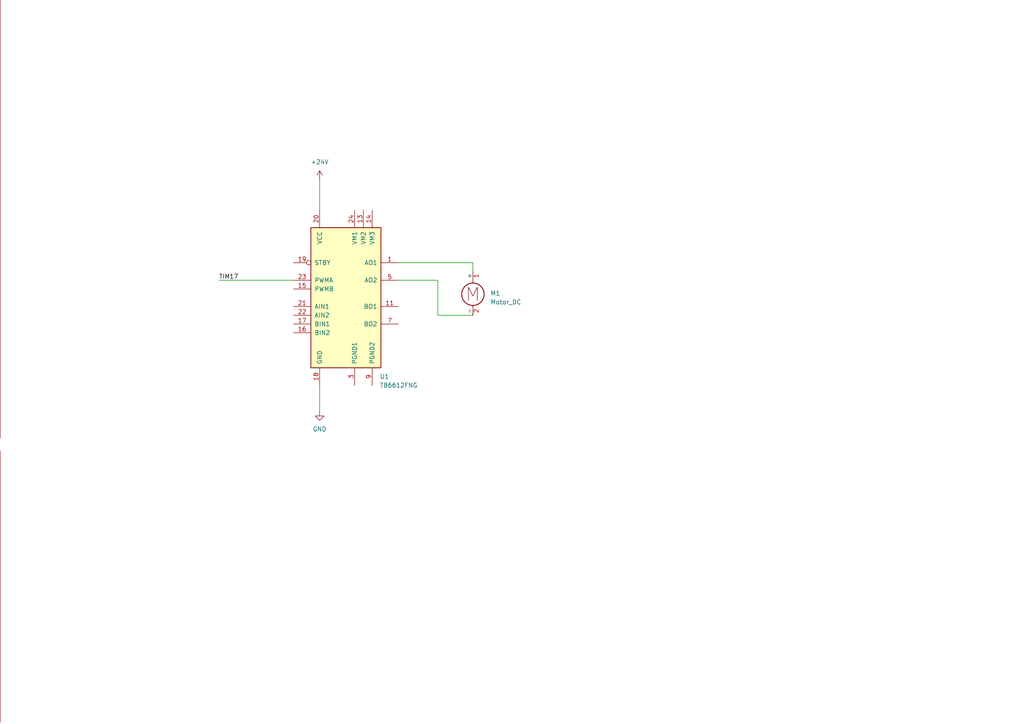
<source format=kicad_sch>
(kicad_sch
	(version 20231120)
	(generator "eeschema")
	(generator_version "8.0")
	(uuid "f30e32cb-2739-4c2d-b8a9-29b638d16cbf")
	(paper "A4")
	(lib_symbols
		(symbol "Driver_Motor:TB6612FNG"
			(pin_names
				(offset 1.016)
			)
			(exclude_from_sim no)
			(in_bom yes)
			(on_board yes)
			(property "Reference" "U"
				(at 11.43 17.78 0)
				(effects
					(font
						(size 1.27 1.27)
					)
					(justify left)
				)
			)
			(property "Value" "TB6612FNG"
				(at 11.43 15.24 0)
				(effects
					(font
						(size 1.27 1.27)
					)
					(justify left)
				)
			)
			(property "Footprint" "Package_SO:SSOP-24_5.3x8.2mm_P0.65mm"
				(at 33.02 -22.86 0)
				(effects
					(font
						(size 1.27 1.27)
					)
					(hide yes)
				)
			)
			(property "Datasheet" "https://toshiba.semicon-storage.com/us/product/linear/motordriver/detail.TB6612FNG.html"
				(at 11.43 15.24 0)
				(effects
					(font
						(size 1.27 1.27)
					)
					(hide yes)
				)
			)
			(property "Description" "Driver IC for Dual DC motor, SSOP-24"
				(at 0 0 0)
				(effects
					(font
						(size 1.27 1.27)
					)
					(hide yes)
				)
			)
			(property "ki_keywords" "H-bridge motor driver"
				(at 0 0 0)
				(effects
					(font
						(size 1.27 1.27)
					)
					(hide yes)
				)
			)
			(property "ki_fp_filters" "SSOP-24*5.3x8.2mm*P0.65mm*"
				(at 0 0 0)
				(effects
					(font
						(size 1.27 1.27)
					)
					(hide yes)
				)
			)
			(symbol "TB6612FNG_0_1"
				(rectangle
					(start -10.16 20.32)
					(end 10.16 -20.32)
					(stroke
						(width 0.254)
						(type default)
					)
					(fill
						(type background)
					)
				)
			)
			(symbol "TB6612FNG_1_1"
				(pin output line
					(at 15.24 10.16 180)
					(length 5.08)
					(name "AO1"
						(effects
							(font
								(size 1.27 1.27)
							)
						)
					)
					(number "1"
						(effects
							(font
								(size 1.27 1.27)
							)
						)
					)
				)
				(pin passive line
					(at 7.62 -25.4 90)
					(length 5.08) hide
					(name "PGND2"
						(effects
							(font
								(size 1.27 1.27)
							)
						)
					)
					(number "10"
						(effects
							(font
								(size 1.27 1.27)
							)
						)
					)
				)
				(pin output line
					(at 15.24 -2.54 180)
					(length 5.08)
					(name "BO1"
						(effects
							(font
								(size 1.27 1.27)
							)
						)
					)
					(number "11"
						(effects
							(font
								(size 1.27 1.27)
							)
						)
					)
				)
				(pin passive line
					(at 15.24 -2.54 180)
					(length 5.08) hide
					(name "BO1"
						(effects
							(font
								(size 1.27 1.27)
							)
						)
					)
					(number "12"
						(effects
							(font
								(size 1.27 1.27)
							)
						)
					)
				)
				(pin power_in line
					(at 5.08 25.4 270)
					(length 5.08)
					(name "VM2"
						(effects
							(font
								(size 1.27 1.27)
							)
						)
					)
					(number "13"
						(effects
							(font
								(size 1.27 1.27)
							)
						)
					)
				)
				(pin power_in line
					(at 7.62 25.4 270)
					(length 5.08)
					(name "VM3"
						(effects
							(font
								(size 1.27 1.27)
							)
						)
					)
					(number "14"
						(effects
							(font
								(size 1.27 1.27)
							)
						)
					)
				)
				(pin input line
					(at -15.24 2.54 0)
					(length 5.08)
					(name "PWMB"
						(effects
							(font
								(size 1.27 1.27)
							)
						)
					)
					(number "15"
						(effects
							(font
								(size 1.27 1.27)
							)
						)
					)
				)
				(pin input line
					(at -15.24 -10.16 0)
					(length 5.08)
					(name "BIN2"
						(effects
							(font
								(size 1.27 1.27)
							)
						)
					)
					(number "16"
						(effects
							(font
								(size 1.27 1.27)
							)
						)
					)
				)
				(pin input line
					(at -15.24 -7.62 0)
					(length 5.08)
					(name "BIN1"
						(effects
							(font
								(size 1.27 1.27)
							)
						)
					)
					(number "17"
						(effects
							(font
								(size 1.27 1.27)
							)
						)
					)
				)
				(pin power_in line
					(at -7.62 -25.4 90)
					(length 5.08)
					(name "GND"
						(effects
							(font
								(size 1.27 1.27)
							)
						)
					)
					(number "18"
						(effects
							(font
								(size 1.27 1.27)
							)
						)
					)
				)
				(pin input inverted
					(at -15.24 10.16 0)
					(length 5.08)
					(name "STBY"
						(effects
							(font
								(size 1.27 1.27)
							)
						)
					)
					(number "19"
						(effects
							(font
								(size 1.27 1.27)
							)
						)
					)
				)
				(pin passive line
					(at 15.24 10.16 180)
					(length 5.08) hide
					(name "AO1"
						(effects
							(font
								(size 1.27 1.27)
							)
						)
					)
					(number "2"
						(effects
							(font
								(size 1.27 1.27)
							)
						)
					)
				)
				(pin power_in line
					(at -7.62 25.4 270)
					(length 5.08)
					(name "VCC"
						(effects
							(font
								(size 1.27 1.27)
							)
						)
					)
					(number "20"
						(effects
							(font
								(size 1.27 1.27)
							)
						)
					)
				)
				(pin input line
					(at -15.24 -2.54 0)
					(length 5.08)
					(name "AIN1"
						(effects
							(font
								(size 1.27 1.27)
							)
						)
					)
					(number "21"
						(effects
							(font
								(size 1.27 1.27)
							)
						)
					)
				)
				(pin input line
					(at -15.24 -5.08 0)
					(length 5.08)
					(name "AIN2"
						(effects
							(font
								(size 1.27 1.27)
							)
						)
					)
					(number "22"
						(effects
							(font
								(size 1.27 1.27)
							)
						)
					)
				)
				(pin input line
					(at -15.24 5.08 0)
					(length 5.08)
					(name "PWMA"
						(effects
							(font
								(size 1.27 1.27)
							)
						)
					)
					(number "23"
						(effects
							(font
								(size 1.27 1.27)
							)
						)
					)
				)
				(pin power_in line
					(at 2.54 25.4 270)
					(length 5.08)
					(name "VM1"
						(effects
							(font
								(size 1.27 1.27)
							)
						)
					)
					(number "24"
						(effects
							(font
								(size 1.27 1.27)
							)
						)
					)
				)
				(pin power_in line
					(at 2.54 -25.4 90)
					(length 5.08)
					(name "PGND1"
						(effects
							(font
								(size 1.27 1.27)
							)
						)
					)
					(number "3"
						(effects
							(font
								(size 1.27 1.27)
							)
						)
					)
				)
				(pin passive line
					(at 2.54 -25.4 90)
					(length 5.08) hide
					(name "PGND1"
						(effects
							(font
								(size 1.27 1.27)
							)
						)
					)
					(number "4"
						(effects
							(font
								(size 1.27 1.27)
							)
						)
					)
				)
				(pin output line
					(at 15.24 5.08 180)
					(length 5.08)
					(name "AO2"
						(effects
							(font
								(size 1.27 1.27)
							)
						)
					)
					(number "5"
						(effects
							(font
								(size 1.27 1.27)
							)
						)
					)
				)
				(pin passive line
					(at 15.24 5.08 180)
					(length 5.08) hide
					(name "AO2"
						(effects
							(font
								(size 1.27 1.27)
							)
						)
					)
					(number "6"
						(effects
							(font
								(size 1.27 1.27)
							)
						)
					)
				)
				(pin output line
					(at 15.24 -7.62 180)
					(length 5.08)
					(name "BO2"
						(effects
							(font
								(size 1.27 1.27)
							)
						)
					)
					(number "7"
						(effects
							(font
								(size 1.27 1.27)
							)
						)
					)
				)
				(pin passive line
					(at 15.24 -7.62 180)
					(length 5.08) hide
					(name "BO2"
						(effects
							(font
								(size 1.27 1.27)
							)
						)
					)
					(number "8"
						(effects
							(font
								(size 1.27 1.27)
							)
						)
					)
				)
				(pin power_in line
					(at 7.62 -25.4 90)
					(length 5.08)
					(name "PGND2"
						(effects
							(font
								(size 1.27 1.27)
							)
						)
					)
					(number "9"
						(effects
							(font
								(size 1.27 1.27)
							)
						)
					)
				)
			)
		)
		(symbol "Motor:Motor_DC"
			(pin_names
				(offset 0)
			)
			(exclude_from_sim no)
			(in_bom yes)
			(on_board yes)
			(property "Reference" "M"
				(at 2.54 2.54 0)
				(effects
					(font
						(size 1.27 1.27)
					)
					(justify left)
				)
			)
			(property "Value" "Motor_DC"
				(at 2.54 -5.08 0)
				(effects
					(font
						(size 1.27 1.27)
					)
					(justify left top)
				)
			)
			(property "Footprint" ""
				(at 0 -2.286 0)
				(effects
					(font
						(size 1.27 1.27)
					)
					(hide yes)
				)
			)
			(property "Datasheet" "~"
				(at 0 -2.286 0)
				(effects
					(font
						(size 1.27 1.27)
					)
					(hide yes)
				)
			)
			(property "Description" "DC Motor"
				(at 0 0 0)
				(effects
					(font
						(size 1.27 1.27)
					)
					(hide yes)
				)
			)
			(property "ki_keywords" "DC Motor"
				(at 0 0 0)
				(effects
					(font
						(size 1.27 1.27)
					)
					(hide yes)
				)
			)
			(property "ki_fp_filters" "PinHeader*P2.54mm* TerminalBlock*"
				(at 0 0 0)
				(effects
					(font
						(size 1.27 1.27)
					)
					(hide yes)
				)
			)
			(symbol "Motor_DC_0_0"
				(polyline
					(pts
						(xy -1.27 -3.302) (xy -1.27 0.508) (xy 0 -2.032) (xy 1.27 0.508) (xy 1.27 -3.302)
					)
					(stroke
						(width 0)
						(type default)
					)
					(fill
						(type none)
					)
				)
			)
			(symbol "Motor_DC_0_1"
				(circle
					(center 0 -1.524)
					(radius 3.2512)
					(stroke
						(width 0.254)
						(type default)
					)
					(fill
						(type none)
					)
				)
				(polyline
					(pts
						(xy 0 -7.62) (xy 0 -7.112)
					)
					(stroke
						(width 0)
						(type default)
					)
					(fill
						(type none)
					)
				)
				(polyline
					(pts
						(xy 0 -4.7752) (xy 0 -5.1816)
					)
					(stroke
						(width 0)
						(type default)
					)
					(fill
						(type none)
					)
				)
				(polyline
					(pts
						(xy 0 1.7272) (xy 0 2.0828)
					)
					(stroke
						(width 0)
						(type default)
					)
					(fill
						(type none)
					)
				)
				(polyline
					(pts
						(xy 0 2.032) (xy 0 2.54)
					)
					(stroke
						(width 0)
						(type default)
					)
					(fill
						(type none)
					)
				)
			)
			(symbol "Motor_DC_1_1"
				(pin passive line
					(at 0 5.08 270)
					(length 2.54)
					(name "+"
						(effects
							(font
								(size 1.27 1.27)
							)
						)
					)
					(number "1"
						(effects
							(font
								(size 1.27 1.27)
							)
						)
					)
				)
				(pin passive line
					(at 0 -7.62 90)
					(length 2.54)
					(name "-"
						(effects
							(font
								(size 1.27 1.27)
							)
						)
					)
					(number "2"
						(effects
							(font
								(size 1.27 1.27)
							)
						)
					)
				)
			)
		)
		(symbol "power:+24V"
			(power)
			(pin_numbers hide)
			(pin_names
				(offset 0) hide)
			(exclude_from_sim no)
			(in_bom yes)
			(on_board yes)
			(property "Reference" "#PWR"
				(at 0 -3.81 0)
				(effects
					(font
						(size 1.27 1.27)
					)
					(hide yes)
				)
			)
			(property "Value" "+24V"
				(at 0 3.556 0)
				(effects
					(font
						(size 1.27 1.27)
					)
				)
			)
			(property "Footprint" ""
				(at 0 0 0)
				(effects
					(font
						(size 1.27 1.27)
					)
					(hide yes)
				)
			)
			(property "Datasheet" ""
				(at 0 0 0)
				(effects
					(font
						(size 1.27 1.27)
					)
					(hide yes)
				)
			)
			(property "Description" "Power symbol creates a global label with name \"+24V\""
				(at 0 0 0)
				(effects
					(font
						(size 1.27 1.27)
					)
					(hide yes)
				)
			)
			(property "ki_keywords" "global power"
				(at 0 0 0)
				(effects
					(font
						(size 1.27 1.27)
					)
					(hide yes)
				)
			)
			(symbol "+24V_0_1"
				(polyline
					(pts
						(xy -0.762 1.27) (xy 0 2.54)
					)
					(stroke
						(width 0)
						(type default)
					)
					(fill
						(type none)
					)
				)
				(polyline
					(pts
						(xy 0 0) (xy 0 2.54)
					)
					(stroke
						(width 0)
						(type default)
					)
					(fill
						(type none)
					)
				)
				(polyline
					(pts
						(xy 0 2.54) (xy 0.762 1.27)
					)
					(stroke
						(width 0)
						(type default)
					)
					(fill
						(type none)
					)
				)
			)
			(symbol "+24V_1_1"
				(pin power_in line
					(at 0 0 90)
					(length 0)
					(name "~"
						(effects
							(font
								(size 1.27 1.27)
							)
						)
					)
					(number "1"
						(effects
							(font
								(size 1.27 1.27)
							)
						)
					)
				)
			)
		)
		(symbol "power:GND"
			(power)
			(pin_numbers hide)
			(pin_names
				(offset 0) hide)
			(exclude_from_sim no)
			(in_bom yes)
			(on_board yes)
			(property "Reference" "#PWR"
				(at 0 -6.35 0)
				(effects
					(font
						(size 1.27 1.27)
					)
					(hide yes)
				)
			)
			(property "Value" "GND"
				(at 0 -3.81 0)
				(effects
					(font
						(size 1.27 1.27)
					)
				)
			)
			(property "Footprint" ""
				(at 0 0 0)
				(effects
					(font
						(size 1.27 1.27)
					)
					(hide yes)
				)
			)
			(property "Datasheet" ""
				(at 0 0 0)
				(effects
					(font
						(size 1.27 1.27)
					)
					(hide yes)
				)
			)
			(property "Description" "Power symbol creates a global label with name \"GND\" , ground"
				(at 0 0 0)
				(effects
					(font
						(size 1.27 1.27)
					)
					(hide yes)
				)
			)
			(property "ki_keywords" "global power"
				(at 0 0 0)
				(effects
					(font
						(size 1.27 1.27)
					)
					(hide yes)
				)
			)
			(symbol "GND_0_1"
				(polyline
					(pts
						(xy 0 0) (xy 0 -1.27) (xy 1.27 -1.27) (xy 0 -2.54) (xy -1.27 -1.27) (xy 0 -1.27)
					)
					(stroke
						(width 0)
						(type default)
					)
					(fill
						(type none)
					)
				)
			)
			(symbol "GND_1_1"
				(pin power_in line
					(at 0 0 270)
					(length 0)
					(name "~"
						(effects
							(font
								(size 1.27 1.27)
							)
						)
					)
					(number "1"
						(effects
							(font
								(size 1.27 1.27)
							)
						)
					)
				)
			)
		)
	)
	(wire
		(pts
			(xy 137.16 76.2) (xy 137.16 78.74)
		)
		(stroke
			(width 0)
			(type default)
		)
		(uuid "28aa6912-f3aa-440a-9a12-2fd83e402188")
	)
	(wire
		(pts
			(xy 92.71 52.07) (xy 92.71 60.96)
		)
		(stroke
			(width 0)
			(type default)
		)
		(uuid "3aefa05c-2f5f-4a48-982f-f25e222fc185")
	)
	(wire
		(pts
			(xy 127 91.44) (xy 137.16 91.44)
		)
		(stroke
			(width 0)
			(type default)
		)
		(uuid "4decd1f4-3fe7-4e75-a8b4-0a831fa98cc8")
	)
	(wire
		(pts
			(xy 92.71 111.76) (xy 92.71 119.38)
		)
		(stroke
			(width 0)
			(type default)
		)
		(uuid "63d54ce8-a5c5-4579-9cbf-645dac2d3281")
	)
	(wire
		(pts
			(xy 63.5 81.28) (xy 85.09 81.28)
		)
		(stroke
			(width 0)
			(type default)
		)
		(uuid "9825f9fd-e4af-4ed0-9ea5-af994acff1f3")
	)
	(wire
		(pts
			(xy 127 81.28) (xy 127 91.44)
		)
		(stroke
			(width 0)
			(type default)
		)
		(uuid "b4fde567-d416-4983-bceb-90c993f9506e")
	)
	(wire
		(pts
			(xy 115.57 76.2) (xy 137.16 76.2)
		)
		(stroke
			(width 0)
			(type default)
		)
		(uuid "e0192142-6372-4cb3-a302-58df3e175537")
	)
	(wire
		(pts
			(xy 115.57 81.28) (xy 127 81.28)
		)
		(stroke
			(width 0)
			(type default)
		)
		(uuid "e8792c2f-21ab-48dc-b31e-8dde8b9065c0")
	)
	(label "TIM17"
		(at 63.5 81.28 0)
		(effects
			(font
				(size 1.27 1.27)
			)
			(justify left bottom)
		)
		(uuid "5698b0c9-94ee-4fe6-9936-766dfb162f83")
	)
	(symbol
		(lib_id "Motor:Motor_DC")
		(at 137.16 83.82 0)
		(unit 1)
		(exclude_from_sim no)
		(in_bom yes)
		(on_board yes)
		(dnp no)
		(fields_autoplaced yes)
		(uuid "296083c5-8317-4773-bf14-2f132c290ede")
		(property "Reference" "M1"
			(at 142.24 85.0899 0)
			(effects
				(font
					(size 1.27 1.27)
				)
				(justify left)
			)
		)
		(property "Value" "Motor_DC"
			(at 142.24 87.6299 0)
			(effects
				(font
					(size 1.27 1.27)
				)
				(justify left)
			)
		)
		(property "Footprint" ""
			(at 137.16 86.106 0)
			(effects
				(font
					(size 1.27 1.27)
				)
				(hide yes)
			)
		)
		(property "Datasheet" "~"
			(at 137.16 86.106 0)
			(effects
				(font
					(size 1.27 1.27)
				)
				(hide yes)
			)
		)
		(property "Description" "DC Motor"
			(at 137.16 83.82 0)
			(effects
				(font
					(size 1.27 1.27)
				)
				(hide yes)
			)
		)
		(pin "1"
			(uuid "daefa8e9-e137-45bc-9df3-cad664e21550")
		)
		(pin "2"
			(uuid "4ba1d290-37a7-47d5-84f2-ad84454e6cb8")
		)
		(instances
			(project ""
				(path "/f30e32cb-2739-4c2d-b8a9-29b638d16cbf"
					(reference "M1")
					(unit 1)
				)
			)
		)
	)
	(symbol
		(lib_id "Driver_Motor:TB6612FNG")
		(at 100.33 86.36 0)
		(unit 1)
		(exclude_from_sim no)
		(in_bom yes)
		(on_board yes)
		(dnp no)
		(fields_autoplaced yes)
		(uuid "3b7c1851-053a-44ff-a248-8a6e174753a4")
		(property "Reference" "U1"
			(at 110.1441 109.22 0)
			(effects
				(font
					(size 1.27 1.27)
				)
				(justify left)
			)
		)
		(property "Value" "TB6612FNG"
			(at 110.1441 111.76 0)
			(effects
				(font
					(size 1.27 1.27)
				)
				(justify left)
			)
		)
		(property "Footprint" "Package_SO:SSOP-24_5.3x8.2mm_P0.65mm"
			(at 133.35 109.22 0)
			(effects
				(font
					(size 1.27 1.27)
				)
				(hide yes)
			)
		)
		(property "Datasheet" "https://toshiba.semicon-storage.com/us/product/linear/motordriver/detail.TB6612FNG.html"
			(at 111.76 71.12 0)
			(effects
				(font
					(size 1.27 1.27)
				)
				(hide yes)
			)
		)
		(property "Description" "Driver IC for Dual DC motor, SSOP-24"
			(at 100.33 86.36 0)
			(effects
				(font
					(size 1.27 1.27)
				)
				(hide yes)
			)
		)
		(pin "20"
			(uuid "9bbbcd44-909a-40a8-8bd1-d61b66c330ee")
		)
		(pin "12"
			(uuid "3b02f5ab-eca5-4c16-a04f-ea326ef37885")
		)
		(pin "23"
			(uuid "fee8cac9-0a40-4c54-ad32-26f63c4d4265")
		)
		(pin "17"
			(uuid "23f02983-1932-4ebc-915a-392b691cd96b")
		)
		(pin "11"
			(uuid "14262f6f-a439-462a-b243-516a370ee705")
		)
		(pin "19"
			(uuid "a066d6f4-6144-48cb-8ec8-4983396f064d")
		)
		(pin "21"
			(uuid "47121f3e-f225-4ce8-8a63-a7ae71ce8c97")
		)
		(pin "1"
			(uuid "ff41e75a-9414-4f13-ad53-106e063b5ca7")
		)
		(pin "7"
			(uuid "bb6a92a3-5f9b-46a3-a7bf-2e763ce3db4a")
		)
		(pin "24"
			(uuid "afcefeec-7368-4d8d-8b38-eb44804e9247")
		)
		(pin "6"
			(uuid "b3f8ed2d-4afb-4248-885f-6317b16ec49a")
		)
		(pin "22"
			(uuid "22584e6f-1ceb-40e3-b007-674243909bf3")
		)
		(pin "5"
			(uuid "f8c55dc4-e176-4eeb-b5d3-b80d51a6339d")
		)
		(pin "3"
			(uuid "0c145fac-d95f-459c-87f5-6c02ffcf4286")
		)
		(pin "2"
			(uuid "d20b4ef7-9cd6-4a8d-ba4a-f1e2b1196027")
		)
		(pin "4"
			(uuid "4402b036-c9fc-4f5a-838f-d5bd7c99daa2")
		)
		(pin "14"
			(uuid "41b56c42-c0ef-444c-bbc4-a6d88a451eca")
		)
		(pin "13"
			(uuid "6f484038-7a3b-4c8b-9392-16ebf49ddcc3")
		)
		(pin "16"
			(uuid "4c78e98c-c3ac-4d78-8ddf-8a069dc5c44c")
		)
		(pin "18"
			(uuid "c33b693f-18b0-4d34-b04d-f79cde480f55")
		)
		(pin "15"
			(uuid "3b411de2-e22f-4ffe-9024-1bb3f2e999e5")
		)
		(pin "9"
			(uuid "bd0f0807-203b-48db-870d-a399fb17e8bc")
		)
		(pin "8"
			(uuid "8c85620d-de24-426c-ac48-c42c4817b91d")
		)
		(pin "10"
			(uuid "1d9fb9cf-1b2f-4dfd-a857-5a7d29d2ef49")
		)
		(instances
			(project ""
				(path "/f30e32cb-2739-4c2d-b8a9-29b638d16cbf"
					(reference "U1")
					(unit 1)
				)
			)
		)
	)
	(symbol
		(lib_id "power:GND")
		(at 92.71 119.38 0)
		(unit 1)
		(exclude_from_sim no)
		(in_bom yes)
		(on_board yes)
		(dnp no)
		(fields_autoplaced yes)
		(uuid "735a5577-eb4f-4951-8976-4ca5e177e177")
		(property "Reference" "#PWR04"
			(at 92.71 125.73 0)
			(effects
				(font
					(size 1.27 1.27)
				)
				(hide yes)
			)
		)
		(property "Value" "GND"
			(at 92.71 124.46 0)
			(effects
				(font
					(size 1.27 1.27)
				)
			)
		)
		(property "Footprint" ""
			(at 92.71 119.38 0)
			(effects
				(font
					(size 1.27 1.27)
				)
				(hide yes)
			)
		)
		(property "Datasheet" ""
			(at 92.71 119.38 0)
			(effects
				(font
					(size 1.27 1.27)
				)
				(hide yes)
			)
		)
		(property "Description" "Power symbol creates a global label with name \"GND\" , ground"
			(at 92.71 119.38 0)
			(effects
				(font
					(size 1.27 1.27)
				)
				(hide yes)
			)
		)
		(pin "1"
			(uuid "d7687dc3-04a2-4645-a62a-32682545ecaf")
		)
		(instances
			(project ""
				(path "/f30e32cb-2739-4c2d-b8a9-29b638d16cbf"
					(reference "#PWR04")
					(unit 1)
				)
			)
		)
	)
	(symbol
		(lib_id "power:+24V")
		(at 92.71 52.07 0)
		(unit 1)
		(exclude_from_sim no)
		(in_bom yes)
		(on_board yes)
		(dnp no)
		(fields_autoplaced yes)
		(uuid "93a2305c-fccf-4068-992d-2b4f8ded8306")
		(property "Reference" "#PWR03"
			(at 92.71 55.88 0)
			(effects
				(font
					(size 1.27 1.27)
				)
				(hide yes)
			)
		)
		(property "Value" "+24V"
			(at 92.71 46.99 0)
			(effects
				(font
					(size 1.27 1.27)
				)
			)
		)
		(property "Footprint" ""
			(at 92.71 52.07 0)
			(effects
				(font
					(size 1.27 1.27)
				)
				(hide yes)
			)
		)
		(property "Datasheet" ""
			(at 92.71 52.07 0)
			(effects
				(font
					(size 1.27 1.27)
				)
				(hide yes)
			)
		)
		(property "Description" "Power symbol creates a global label with name \"+24V\""
			(at 92.71 52.07 0)
			(effects
				(font
					(size 1.27 1.27)
				)
				(hide yes)
			)
		)
		(pin "1"
			(uuid "34145988-1d31-4bca-bc77-2bed52ac1c0d")
		)
		(instances
			(project ""
				(path "/f30e32cb-2739-4c2d-b8a9-29b638d16cbf"
					(reference "#PWR03")
					(unit 1)
				)
			)
		)
	)
	(sheet
		(at -128.27 130.81)
		(size 128.27 78.74)
		(fields_autoplaced yes)
		(stroke
			(width 0.1524)
			(type solid)
		)
		(fill
			(color 0 0 0 0.0000)
		)
		(uuid "23f09b23-f609-446a-936c-707a792aaa9a")
		(property "Sheetname" "Servo-motor"
			(at -128.27 130.0984 0)
			(effects
				(font
					(size 1.27 1.27)
				)
				(justify left bottom)
			)
		)
		(property "Sheetfile" "Servo-motor.kicad_sch"
			(at -128.27 210.1346 0)
			(effects
				(font
					(size 1.27 1.27)
				)
				(justify left top)
			)
		)
		(property "Field2" ""
			(at -128.27 130.81 0)
			(effects
				(font
					(size 1.27 1.27)
				)
				(hide yes)
			)
		)
		(instances
			(project "External-parts"
				(path "/f30e32cb-2739-4c2d-b8a9-29b638d16cbf"
					(page "3")
				)
			)
		)
	)
	(sheet
		(at -128.27 0)
		(size 128.27 127)
		(fields_autoplaced yes)
		(stroke
			(width 0.1524)
			(type solid)
		)
		(fill
			(color 0 0 0 0.0000)
		)
		(uuid "ecd09274-0bf4-4fb1-9db3-6815679b49c2")
		(property "Sheetname" "Joystick"
			(at -128.27 -0.7116 0)
			(effects
				(font
					(size 1.27 1.27)
				)
				(justify left bottom)
			)
		)
		(property "Sheetfile" "untitled.kicad_sch"
			(at -128.27 127.5846 0)
			(effects
				(font
					(size 1.27 1.27)
				)
				(justify left top)
			)
		)
		(instances
			(project "External-parts"
				(path "/f30e32cb-2739-4c2d-b8a9-29b638d16cbf"
					(page "2")
				)
			)
		)
	)
	(sheet_instances
		(path "/"
			(page "1")
		)
	)
)

</source>
